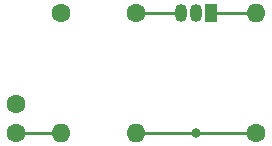
<source format=gbr>
G04 #@! TF.GenerationSoftware,KiCad,Pcbnew,(5.1.4)-1*
G04 #@! TF.CreationDate,2019-10-01T17:45:58-03:00*
G04 #@! TF.ProjectId,exemplo_curso,6578656d-706c-46f5-9f63-7572736f2e6b,rev?*
G04 #@! TF.SameCoordinates,Original*
G04 #@! TF.FileFunction,Copper,L1,Top*
G04 #@! TF.FilePolarity,Positive*
%FSLAX46Y46*%
G04 Gerber Fmt 4.6, Leading zero omitted, Abs format (unit mm)*
G04 Created by KiCad (PCBNEW (5.1.4)-1) date 2019-10-01 17:45:58*
%MOMM*%
%LPD*%
G04 APERTURE LIST*
%ADD10O,1.600000X1.600000*%
%ADD11C,1.600000*%
%ADD12R,1.050000X1.500000*%
%ADD13O,1.050000X1.500000*%
%ADD14C,0.800000*%
%ADD15C,0.250000*%
G04 APERTURE END LIST*
D10*
X146050000Y-78740000D03*
D11*
X146050000Y-68580000D03*
D10*
X156210000Y-68580000D03*
D11*
X156210000Y-78740000D03*
D10*
X139700000Y-78740000D03*
D11*
X139700000Y-68580000D03*
D12*
X152400000Y-68580000D03*
D13*
X149860000Y-68580000D03*
X151130000Y-68580000D03*
D11*
X135890000Y-76240000D03*
X135890000Y-78740000D03*
D14*
X151130000Y-78740000D03*
D15*
X139700000Y-78740000D02*
X135890000Y-78740000D01*
X152400000Y-68580000D02*
X156210000Y-68580000D01*
X146544988Y-68580000D02*
X146297494Y-68332506D01*
X149860000Y-68580000D02*
X146544988Y-68580000D01*
X146050000Y-78740000D02*
X151130000Y-78740000D01*
X151130000Y-78740000D02*
X156210000Y-78740000D01*
M02*

</source>
